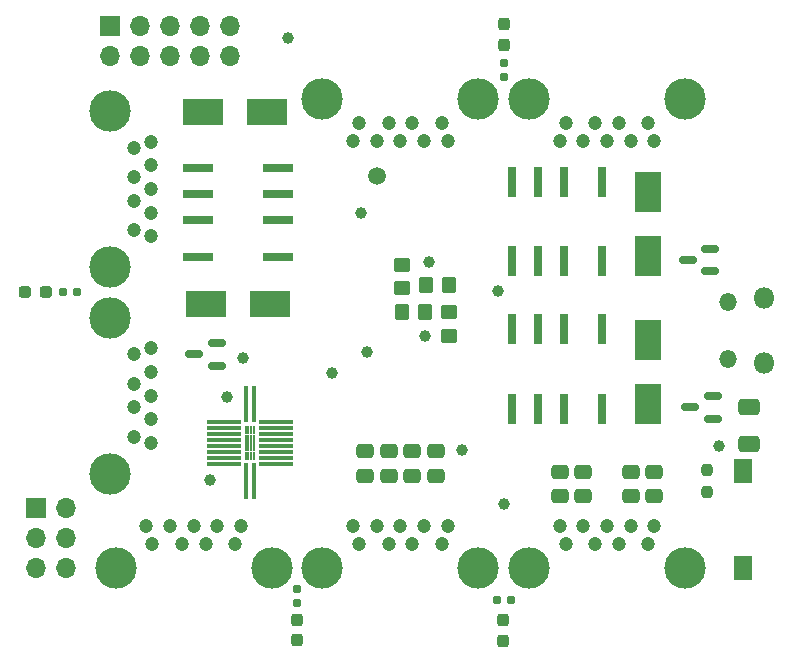
<source format=gts>
G04 #@! TF.GenerationSoftware,KiCad,Pcbnew,(6.0.2)*
G04 #@! TF.CreationDate,2022-07-10T22:32:38+10:00*
G04 #@! TF.ProjectId,usb_xwitch,7573625f-7877-4697-9463-682e6b696361,0.1*
G04 #@! TF.SameCoordinates,Original*
G04 #@! TF.FileFunction,Soldermask,Top*
G04 #@! TF.FilePolarity,Negative*
%FSLAX46Y46*%
G04 Gerber Fmt 4.6, Leading zero omitted, Abs format (unit mm)*
G04 Created by KiCad (PCBNEW (6.0.2)) date 2022-07-10 22:32:38*
%MOMM*%
%LPD*%
G01*
G04 APERTURE LIST*
G04 Aperture macros list*
%AMRoundRect*
0 Rectangle with rounded corners*
0 $1 Rounding radius*
0 $2 $3 $4 $5 $6 $7 $8 $9 X,Y pos of 4 corners*
0 Add a 4 corners polygon primitive as box body*
4,1,4,$2,$3,$4,$5,$6,$7,$8,$9,$2,$3,0*
0 Add four circle primitives for the rounded corners*
1,1,$1+$1,$2,$3*
1,1,$1+$1,$4,$5*
1,1,$1+$1,$6,$7*
1,1,$1+$1,$8,$9*
0 Add four rect primitives between the rounded corners*
20,1,$1+$1,$2,$3,$4,$5,0*
20,1,$1+$1,$4,$5,$6,$7,0*
20,1,$1+$1,$6,$7,$8,$9,0*
20,1,$1+$1,$8,$9,$2,$3,0*%
G04 Aperture macros list end*
%ADD10RoundRect,0.250000X-0.350000X-0.450000X0.350000X-0.450000X0.350000X0.450000X-0.350000X0.450000X0*%
%ADD11C,1.000000*%
%ADD12R,1.500000X2.000000*%
%ADD13C,1.200000*%
%ADD14C,3.500000*%
%ADD15R,3.500000X2.300000*%
%ADD16R,2.300000X3.500000*%
%ADD17RoundRect,0.160000X0.160000X-0.197500X0.160000X0.197500X-0.160000X0.197500X-0.160000X-0.197500X0*%
%ADD18RoundRect,0.150000X0.587500X0.150000X-0.587500X0.150000X-0.587500X-0.150000X0.587500X-0.150000X0*%
%ADD19RoundRect,0.237500X0.237500X-0.250000X0.237500X0.250000X-0.237500X0.250000X-0.237500X-0.250000X0*%
%ADD20RoundRect,0.250000X-0.475000X0.337500X-0.475000X-0.337500X0.475000X-0.337500X0.475000X0.337500X0*%
%ADD21R,1.700000X1.700000*%
%ADD22O,1.700000X1.700000*%
%ADD23RoundRect,0.160000X-0.160000X0.197500X-0.160000X-0.197500X0.160000X-0.197500X0.160000X0.197500X0*%
%ADD24RoundRect,0.250000X-0.650000X0.412500X-0.650000X-0.412500X0.650000X-0.412500X0.650000X0.412500X0*%
%ADD25R,0.800000X2.660000*%
%ADD26RoundRect,0.237500X0.237500X-0.287500X0.237500X0.287500X-0.237500X0.287500X-0.237500X-0.287500X0*%
%ADD27RoundRect,0.160000X0.197500X0.160000X-0.197500X0.160000X-0.197500X-0.160000X0.197500X-0.160000X0*%
%ADD28RoundRect,0.250000X0.450000X-0.350000X0.450000X0.350000X-0.450000X0.350000X-0.450000X-0.350000X0*%
%ADD29RoundRect,0.237500X-0.237500X0.287500X-0.237500X-0.287500X0.237500X-0.287500X0.237500X0.287500X0*%
%ADD30R,0.300000X3.050000*%
%ADD31R,3.000000X0.300000*%
%ADD32R,0.225000X0.725000*%
%ADD33C,1.500000*%
%ADD34RoundRect,0.237500X-0.287500X-0.237500X0.287500X-0.237500X0.287500X0.237500X-0.287500X0.237500X0*%
%ADD35RoundRect,0.250000X-0.450000X0.350000X-0.450000X-0.350000X0.450000X-0.350000X0.450000X0.350000X0*%
%ADD36R,2.660000X0.800000*%
%ADD37O,1.800000X1.800000*%
%ADD38O,1.500000X1.500000*%
G04 APERTURE END LIST*
D10*
X135150000Y-104150000D03*
X137150000Y-104150000D03*
D11*
X141750000Y-122650000D03*
D12*
X162000000Y-128100000D03*
X162000000Y-119900000D03*
D13*
X154000000Y-90425000D03*
X151500000Y-90425000D03*
X149500000Y-90425000D03*
X147000000Y-90425000D03*
X146500000Y-91925000D03*
X148500000Y-91925000D03*
X150500000Y-91925000D03*
X152500000Y-91925000D03*
X154500000Y-91925000D03*
D14*
X157100000Y-88425000D03*
X143900000Y-88425000D03*
D11*
X135400000Y-102150000D03*
D15*
X121700000Y-89500000D03*
X116300000Y-89500000D03*
D16*
X154000000Y-108800000D03*
X154000000Y-114200000D03*
D17*
X141800000Y-86497500D03*
X141800000Y-85302500D03*
D11*
X118350000Y-113650000D03*
D18*
X159187500Y-102950000D03*
X159187500Y-101050000D03*
X157312500Y-102000000D03*
D11*
X160000000Y-117750000D03*
D19*
X159000000Y-121662500D03*
X159000000Y-119837500D03*
D20*
X130000000Y-118212500D03*
X130000000Y-120287500D03*
X154500000Y-119962500D03*
X154500000Y-122037500D03*
X152500000Y-119962500D03*
X152500000Y-122037500D03*
D21*
X108450000Y-82210000D03*
D22*
X108450000Y-84750000D03*
X110990000Y-82210000D03*
X110990000Y-84750000D03*
X113530000Y-82210000D03*
X113530000Y-84750000D03*
X116070000Y-82210000D03*
X116070000Y-84750000D03*
X118610000Y-82210000D03*
X118610000Y-84750000D03*
D11*
X123500000Y-83250000D03*
D23*
X124250000Y-129902500D03*
X124250000Y-131097500D03*
D13*
X129500000Y-126075000D03*
X132000000Y-126075000D03*
X134000000Y-126075000D03*
X136500000Y-126075000D03*
X137000000Y-124575000D03*
X135000000Y-124575000D03*
X133000000Y-124575000D03*
X131000000Y-124575000D03*
X129000000Y-124575000D03*
D14*
X139600000Y-128075000D03*
X126400000Y-128075000D03*
D15*
X121950000Y-105750000D03*
X116550000Y-105750000D03*
D11*
X129650000Y-98000000D03*
D24*
X162500000Y-114437500D03*
X162500000Y-117562500D03*
D10*
X133100000Y-106450000D03*
X135100000Y-106450000D03*
D25*
X150050000Y-95380000D03*
X146850000Y-95380000D03*
X144650000Y-95380000D03*
X142450000Y-95380000D03*
X142450000Y-102120000D03*
X144650000Y-102120000D03*
X146850000Y-102120000D03*
X150050000Y-102120000D03*
D26*
X124250000Y-134225000D03*
X124250000Y-132475000D03*
D11*
X138250000Y-118100000D03*
D18*
X159437500Y-115450000D03*
X159437500Y-113550000D03*
X157562500Y-114500000D03*
D11*
X119650000Y-110350000D03*
D27*
X142347500Y-130800000D03*
X141152500Y-130800000D03*
D20*
X136000000Y-118212500D03*
X136000000Y-120287500D03*
D28*
X137100000Y-108450000D03*
X137100000Y-106450000D03*
D11*
X116850000Y-120650000D03*
D29*
X141800000Y-82025000D03*
X141800000Y-83775000D03*
D11*
X130200000Y-109800000D03*
D20*
X148500000Y-119962500D03*
X148500000Y-122037500D03*
D13*
X110425000Y-110000000D03*
X110425000Y-112500000D03*
X110425000Y-114500000D03*
X110425000Y-117000000D03*
X111925000Y-117500000D03*
X111925000Y-115500000D03*
X111925000Y-113500000D03*
X111925000Y-111500000D03*
X111925000Y-109500000D03*
D14*
X108425000Y-120100000D03*
X108425000Y-106900000D03*
D16*
X154000000Y-96300000D03*
X154000000Y-101700000D03*
D21*
X102175000Y-123025000D03*
D22*
X104715000Y-123025000D03*
X102175000Y-125565000D03*
X104715000Y-125565000D03*
X102175000Y-128105000D03*
X104715000Y-128105000D03*
D20*
X132000000Y-118212500D03*
X132000000Y-120287500D03*
D30*
X119900000Y-114250000D03*
D31*
X118050000Y-115750000D03*
X118050000Y-116250000D03*
X118050000Y-116750000D03*
X118050000Y-117250000D03*
X118050000Y-117750000D03*
X118050000Y-118250000D03*
X118050000Y-118750000D03*
X118050000Y-119250000D03*
D30*
X119900000Y-120750000D03*
X120600000Y-120750000D03*
D31*
X122450000Y-119250000D03*
X122450000Y-118750000D03*
X122450000Y-118250000D03*
X122450000Y-117750000D03*
X122450000Y-117250000D03*
X122450000Y-116750000D03*
X122450000Y-116250000D03*
X122450000Y-115750000D03*
D32*
X120137500Y-118587500D03*
X119912500Y-116412500D03*
X120137500Y-117862500D03*
X120362500Y-117862500D03*
X119912500Y-117137500D03*
X120587500Y-117137500D03*
X120362500Y-117137500D03*
X120137500Y-117137500D03*
X119912500Y-117862500D03*
X120362500Y-116412500D03*
D30*
X120600000Y-114250000D03*
D32*
X120362500Y-118587500D03*
X120587500Y-116412500D03*
X120137500Y-116412500D03*
X120587500Y-118587500D03*
X120587500Y-117862500D03*
X119912500Y-118587500D03*
D11*
X127250000Y-111600000D03*
D25*
X150050000Y-107880000D03*
X146850000Y-107880000D03*
X144650000Y-107880000D03*
X142450000Y-107880000D03*
X142450000Y-114620000D03*
X144650000Y-114620000D03*
X146850000Y-114620000D03*
X150050000Y-114620000D03*
D11*
X135100000Y-108450000D03*
D33*
X131000000Y-94900000D03*
D34*
X101225000Y-104700000D03*
X102975000Y-104700000D03*
D13*
X147000000Y-126075000D03*
X149500000Y-126075000D03*
X151500000Y-126075000D03*
X154000000Y-126075000D03*
X154500000Y-124575000D03*
X152500000Y-124575000D03*
X150500000Y-124575000D03*
X148500000Y-124575000D03*
X146500000Y-124575000D03*
D14*
X157100000Y-128075000D03*
X143900000Y-128075000D03*
D11*
X141300000Y-104650000D03*
D27*
X105647500Y-104700000D03*
X104452500Y-104700000D03*
D26*
X141700000Y-134275000D03*
X141700000Y-132525000D03*
D20*
X146500000Y-119962500D03*
X146500000Y-122037500D03*
D18*
X117437500Y-110950000D03*
X117437500Y-109050000D03*
X115562500Y-110000000D03*
D13*
X136500000Y-90425000D03*
X134000000Y-90425000D03*
X132000000Y-90425000D03*
X129500000Y-90425000D03*
X129000000Y-91925000D03*
X131000000Y-91925000D03*
X133000000Y-91925000D03*
X135000000Y-91925000D03*
X137000000Y-91925000D03*
D14*
X139600000Y-88425000D03*
X126400000Y-88425000D03*
D13*
X110425000Y-92500000D03*
X110425000Y-95000000D03*
X110425000Y-97000000D03*
X110425000Y-99500000D03*
X111925000Y-100000000D03*
X111925000Y-98000000D03*
X111925000Y-96000000D03*
X111925000Y-94000000D03*
X111925000Y-92000000D03*
D14*
X108425000Y-102600000D03*
X108425000Y-89400000D03*
D35*
X133150000Y-102400000D03*
X133150000Y-104400000D03*
D36*
X122620000Y-101800000D03*
X122620000Y-98600000D03*
X122620000Y-96400000D03*
X122620000Y-94200000D03*
X115880000Y-94200000D03*
X115880000Y-96400000D03*
X115880000Y-98600000D03*
X115880000Y-101800000D03*
D13*
X112000000Y-126075000D03*
X114500000Y-126075000D03*
X116500000Y-126075000D03*
X119000000Y-126075000D03*
X119500000Y-124575000D03*
X117500000Y-124575000D03*
X115500000Y-124575000D03*
X113500000Y-124575000D03*
X111500000Y-124575000D03*
D14*
X122100000Y-128075000D03*
X108900000Y-128075000D03*
D20*
X134000000Y-118212500D03*
X134000000Y-120287500D03*
D37*
X163750000Y-105275000D03*
D38*
X160720000Y-110425000D03*
D37*
X163750000Y-110725000D03*
D38*
X160720000Y-105575000D03*
M02*

</source>
